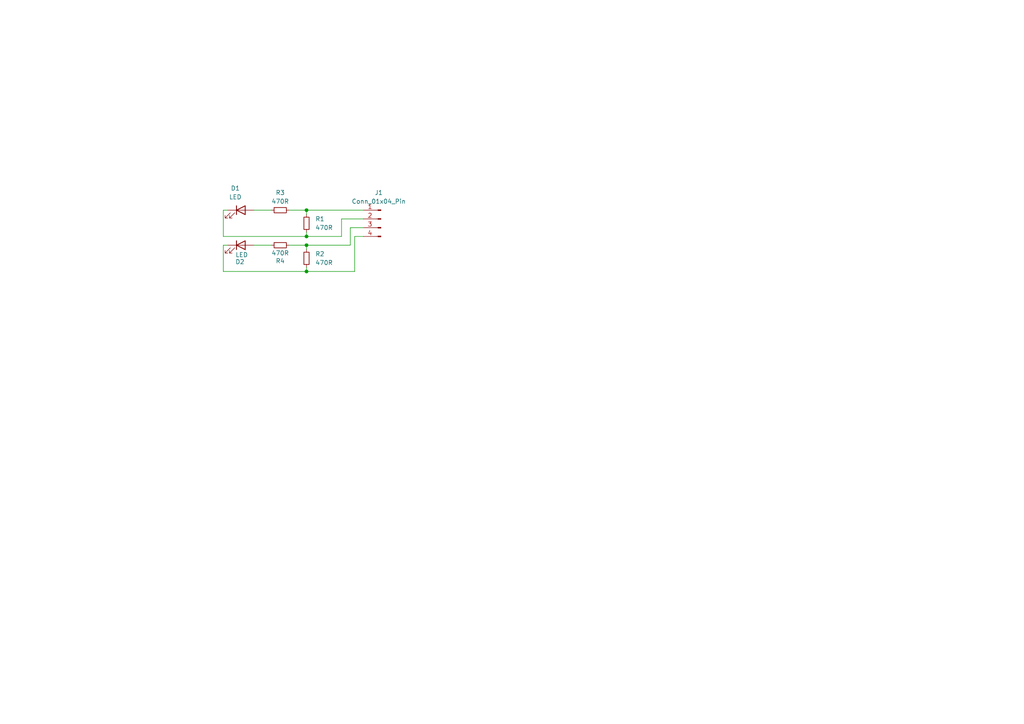
<source format=kicad_sch>
(kicad_sch (version 20231120) (generator "eeschema") (generator_version "8.0")
  (paper "A4")
  (title_block (title "Pyro Simulator"))
  (lib_symbols
    (symbol "Connector:Conn_01x04_Pin" (pin_names (offset 1.016) hide)
      (property "Reference" "J" (at 0 5.08 0))
      (property "Value" "Conn_01x04_Pin" (at 0 -7.62 0))
      (symbol "Conn_01x04_Pin_1_1"
        (polyline (pts (xy 1.27 -5.08) (xy 0.8636 -5.08)) (stroke (width 0.1524)))
        (polyline (pts (xy 1.27 -2.54) (xy 0.8636 -2.54)) (stroke (width 0.1524)))
        (polyline (pts (xy 1.27 0) (xy 0.8636 0)) (stroke (width 0.1524)))
        (polyline (pts (xy 1.27 2.54) (xy 0.8636 2.54)) (stroke (width 0.1524)))
        (rectangle (start 0.8636 -4.953) (end 0 -5.207) (stroke (width 0.1524)) (fill (type outline)))
        (rectangle (start 0.8636 -2.413) (end 0 -2.667) (stroke (width 0.1524)) (fill (type outline)))
        (rectangle (start 0.8636 0.127) (end 0 -0.127) (stroke (width 0.1524)) (fill (type outline)))
        (rectangle (start 0.8636 2.667) (end 0 2.413) (stroke (width 0.1524)) (fill (type outline)))
        (pin passive line (at 5.08 2.54 180) (length 3.81) (name "Pin_1") (number "1"))
        (pin passive line (at 5.08 0 180) (length 3.81) (name "Pin_2") (number "2"))
        (pin passive line (at 5.08 -2.54 180) (length 3.81) (name "Pin_3") (number "3"))
        (pin passive line (at 5.08 -5.08 180) (length 3.81) (name "Pin_4") (number "4"))
      )
    )
    (symbol "Device:LED" (pin_numbers hide) (pin_names (offset 1.016) hide)
      (property "Reference" "D" (at 0 2.54 0))
      (property "Value" "LED" (at 0 -2.54 0))
      (symbol "LED_0_1"
        (polyline (pts (xy -1.27 -1.27) (xy -1.27 1.27)) (stroke (width 0.254)))
        (polyline (pts (xy -1.27 0) (xy 1.27 0)))
        (polyline (pts (xy 1.27 -1.27) (xy 1.27 1.27) (xy -1.27 0) (xy 1.27 -1.27)) (stroke (width 0.254)))
        (polyline (pts (xy -3.048 -0.762) (xy -4.572 -2.286) (xy -3.81 -2.286) (xy -4.572 -2.286) (xy -4.572 -1.524)))
        (polyline (pts (xy -1.778 -0.762) (xy -3.302 -2.286) (xy -2.54 -2.286) (xy -3.302 -2.286) (xy -3.302 -1.524)))
      )
      (symbol "LED_1_1"
        (pin passive line (at -3.81 0 0) (length 2.54) (name "K") (number "1"))
        (pin passive line (at 3.81 0 180) (length 2.54) (name "A") (number "2"))
      )
    )
    (symbol "Device:R_Small" (pin_numbers hide) (pin_names (offset 0.254) hide)
      (property "Reference" "R" (at 0.762 0.508 0))
      (property "Value" "R_Small" (at 0.762 -1.016 0))
      (symbol "R_Small_0_1"
        (rectangle (start -0.762 1.778) (end 0.762 -1.778) (stroke (width 0.2032)))
      )
      (symbol "R_Small_1_1"
        (pin passive line (at 0 2.54 270) (length 0.762) (name "~") (number "1"))
        (pin passive line (at 0 -2.54 90) (length 0.762) (name "~") (number "2"))
      )
    )
  )
  (junction (at 88.9 68.58))
  (junction (at 88.9 71.12))
  (junction (at 88.9 60.96))
  (junction (at 88.9 78.74))
  (wire (pts (xy 99.06 68.58) (xy 88.9 68.58)))
  (wire (pts (xy 73.66 71.12) (xy 78.74 71.12)))
  (wire (pts (xy 88.9 68.58) (xy 88.9 67.31)))
  (wire (pts (xy 102.87 78.74) (xy 88.9 78.74)))
  (wire (pts (xy 88.9 78.74) (xy 88.9 77.47)))
  (wire (pts (xy 101.6 71.12) (xy 101.6 66.04)))
  (wire (pts (xy 105.41 60.96) (xy 88.9 60.96)))
  (wire (pts (xy 99.06 63.5) (xy 99.06 68.58)))
  (wire (pts (xy 64.77 60.96) (xy 64.77 68.58)))
  (wire (pts (xy 83.82 71.12) (xy 88.9 71.12)))
  (wire (pts (xy 64.77 68.58) (xy 88.9 68.58)))
  (wire (pts (xy 88.9 72.39) (xy 88.9 71.12)))
  (wire (pts (xy 105.41 68.58) (xy 102.87 68.58)))
  (wire (pts (xy 83.82 60.96) (xy 88.9 60.96)))
  (wire (pts (xy 101.6 66.04) (xy 105.41 66.04)))
  (wire (pts (xy 102.87 68.58) (xy 102.87 78.74)))
  (wire (pts (xy 73.66 60.96) (xy 78.74 60.96)))
  (wire (pts (xy 66.04 71.12) (xy 64.77 71.12)))
  (wire (pts (xy 105.41 63.5) (xy 99.06 63.5)))
  (wire (pts (xy 66.04 60.96) (xy 64.77 60.96)))
  (wire (pts (xy 64.77 71.12) (xy 64.77 78.74)))
  (wire (pts (xy 64.77 78.74) (xy 88.9 78.74)))
  (wire (pts (xy 88.9 71.12) (xy 101.6 71.12)))
  (wire (pts (xy 88.9 60.96) (xy 88.9 62.23)))
  (symbol (lib_id "Device:R_Small") (at 88.9 64.77 0) (unit 1)
    (property "Reference" "R1" (at 91.44 63.4999 0) (effects (justify left)))
    (property "Value" "470R" (at 91.44 66.0399 0) (effects (justify left)))
    (property "Footprint" "Resistor_SMD:R_0603_1608Metric" (effects (hide yes)))
    (property "Description" "Resistor, small symbol" (effects (hide yes)))
  )
  (symbol (lib_id "Connector:Conn_01x04_Pin") (at 110.49 63.5 0) (mirror y) (unit 1)
    (property "Reference" "J1" (at 109.855 55.88 0))
    (property "Value" "Conn_01x04_Pin" (at 109.855 58.42 0))
    (property "Footprint" "Connector_PinHeader_2.54mm:PinHeader_1x04_P2.54mm_Horizontal" (effects (hide yes)))
    (property "Description" "Generic connector, single row, 01x04, script generated" (effects (hide yes)))
  )
  (symbol (lib_id "Device:LED") (at 69.85 60.96 0) (unit 1)
    (property "Reference" "D1" (at 68.2625 54.61 0))
    (property "Value" "LED" (at 68.2625 57.15 0))
    (property "Footprint" "LED_SMD:LED_0603_1608Metric" (effects (hide yes)))
    (property "Description" "Light emitting diode" (effects (hide yes)))
  )
  (symbol (lib_id "Device:R_Small") (at 88.9 74.93 0) (unit 1)
    (property "Reference" "R2" (at 91.44 73.6599 0) (effects (justify left)))
    (property "Value" "470R" (at 91.44 76.1999 0) (effects (justify left)))
    (property "Footprint" "Resistor_SMD:R_0603_1608Metric" (effects (hide yes)))
    (property "Description" "Resistor, small symbol" (effects (hide yes)))
  )
  (symbol (lib_id "Device:LED") (at 69.85 71.12 0) (unit 1)
    (property "Reference" "D2" (at 69.596 75.946 0))
    (property "Value" "LED" (at 70.104 73.914 0))
    (property "Footprint" "LED_SMD:LED_0603_1608Metric" (effects (hide yes)))
    (property "Description" "Light emitting diode" (effects (hide yes)))
  )
  (symbol (lib_id "Device:R_Small") (at 81.28 60.96 90) (unit 1)
    (property "Reference" "R3" (at 81.28 55.88 90))
    (property "Value" "470R" (at 81.28 58.42 90))
    (property "Footprint" "Resistor_SMD:R_0603_1608Metric" (effects (hide yes)))
    (property "Description" "Resistor, small symbol" (effects (hide yes)))
  )
  (symbol (lib_id "Device:R_Small") (at 81.28 71.12 90) (unit 1)
    (property "Reference" "R4" (at 81.28 75.692 90))
    (property "Value" "470R" (at 81.28 73.406 90))
    (property "Footprint" "Resistor_SMD:R_0603_1608Metric" (effects (hide yes)))
    (property "Description" "Resistor, small symbol" (effects (hide yes)))
  )
)
</source>
